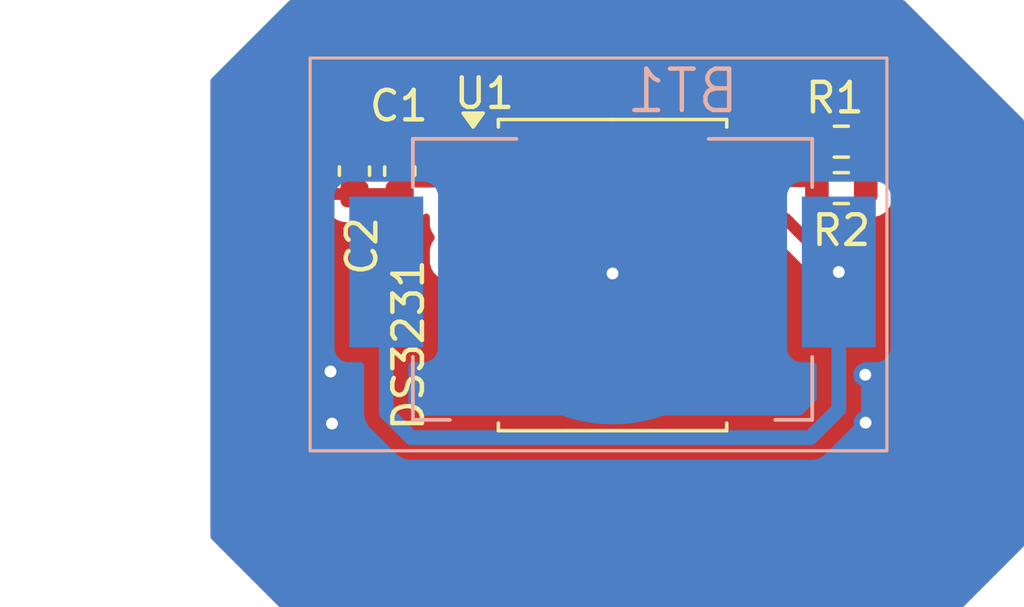
<source format=kicad_pcb>
(kicad_pcb (version 20241229) (generator "pcbnew") (generator_version "9.0")
  (layers (0 "F.Cu" signal) (4 "In1.Cu" signal) (6 "In2.Cu" signal) (2 "B.Cu" signal) (13 "F.Paste" user) (15 "B.Paste" user) (5 "F.SilkS" user "F.Silkscreen") (7 "B.SilkS" user "B.Silkscreen") (1 "F.Mask" user) (3 "B.Mask" user) (25 "Edge.Cuts" user))
  (net 0 "")
  (net 1 "Net-(U1-VBAT)")
  (net 2 "/block_ds3231_rtc/GND")
  (net 3 "/block_ds3231_rtc/VCC")
  (net 4 "Net-(U1-SCL)")
  (net 5 "Net-(U1-SDA)")
  (net 6 "/block_ds3231_rtc/NRST")
  (net 7 "/block_ds3231_rtc/32KHZ")
  (net 8 "/block_ds3231_rtc/NINT")
  (footprint "Library:C_0603_1608Metric" (layer "F.Cu") (at 126.27 67.735 90)
    (property "Reference" "C1" (at 2.205 -0.03 180) (layer "F.SilkS"))
    (property "Value" "10uF")
    (fp_line (start -0.14058 -0.51) (end 0.14058 -0.51) (stroke (width 0.12)) (layer "F.SilkS"))
    (fp_line (start -0.14058 0.51) (end 0.14058 0.51) (stroke (width 0.12)) (layer "F.SilkS"))
    (pad "1" smd roundrect (at -0.775 0 90) (size 0.9 0.95) (layers "F.Cu" "F.Mask" "F.Paste") (net 3 "/block_ds3231_rtc/VCC"))
    (pad "2" smd roundrect (at 0.775 0 90) (size 0.9 0.95) (layers "F.Cu" "F.Mask" "F.Paste") (net 2 "/block_ds3231_rtc/GND"))
  )
  (footprint "Library:R_0603_1608Metric" (layer "F.Cu") (at 141.2 68.31 180)
    (property "Reference" "R2" (at 0 -1.43 0) (layer "F.SilkS"))
    (property "Value" "10k")
    (fp_line (start -0.237258 0.5225) (end 0.237258 0.5225) (stroke (width 0.12)) (layer "F.SilkS"))
    (fp_line (start -0.237258 -0.5225) (end 0.237258 -0.5225) (stroke (width 0.12)) (layer "F.SilkS"))
    (pad "1" smd roundrect (at -0.825 0 180) (size 0.8 0.95) (layers "F.Cu" "F.Mask" "F.Paste") (net 3 "/block_ds3231_rtc/VCC"))
    (pad "2" smd roundrect (at 0.825 0 180) (size 0.8 0.95) (layers "F.Cu" "F.Mask" "F.Paste") (net 5 "Net-(U1-SDA)"))
  )
  (footprint "Library:C_0603_1608Metric" (layer "F.Cu") (at 124.74 67.735 90)
    (property "Reference" "C2" (at -2.535 0.25 90) (layer "F.SilkS"))
    (property "Value" "0.1uF")
    (fp_line (start -0.14058 -0.51) (end 0.14058 -0.51) (stroke (width 0.12)) (layer "F.SilkS"))
    (fp_line (start -0.14058 0.51) (end 0.14058 0.51) (stroke (width 0.12)) (layer "F.SilkS"))
    (pad "1" smd roundrect (at -0.775 0 90) (size 0.9 0.95) (layers "F.Cu" "F.Mask" "F.Paste") (net 3 "/block_ds3231_rtc/VCC"))
    (pad "2" smd roundrect (at 0.775 0 90) (size 0.9 0.95) (layers "F.Cu" "F.Mask" "F.Paste") (net 2 "/block_ds3231_rtc/GND"))
  )
  (footprint "Library:R_0603_1608Metric" (layer "F.Cu") (at 141.2 66.74 180)
    (property "Reference" "R1" (at 0.22 1.48 0) (layer "F.SilkS"))
    (property "Value" "10k")
    (fp_line (start -0.237258 0.5225) (end 0.237258 0.5225) (stroke (width 0.12)) (layer "F.SilkS"))
    (fp_line (start -0.237258 -0.5225) (end 0.237258 -0.5225) (stroke (width 0.12)) (layer "F.SilkS"))
    (pad "1" smd roundrect (at -0.825 0 180) (size 0.8 0.95) (layers "F.Cu" "F.Mask" "F.Paste") (net 3 "/block_ds3231_rtc/VCC"))
    (pad "2" smd roundrect (at 0.825 0 180) (size 0.8 0.95) (layers "F.Cu" "F.Mask" "F.Paste") (net 4 "Net-(U1-SCL)"))
  )
  (footprint "Library:SOIC-16W_7.5x10.3mm_P1.27mm" (layer "F.Cu") (at 133.465 71.25)
    (property "Reference" "U1" (at -4.335 -6.14 0) (layer "F.SilkS"))
    (property "Value" "DS3231M")
    (fp_line (start -3.86 -5.26) (end -3.86 -5.005) (stroke (width 0.12)) (layer "F.SilkS"))
    (fp_line (start -3.86 5.26) (end -3.86 5.005) (stroke (width 0.12)) (layer "F.SilkS"))
    (fp_line (start 0 -5.26) (end -3.86 -5.26) (stroke (width 0.12)) (layer "F.SilkS"))
    (fp_line (start 0 -5.26) (end 3.86 -5.26) (stroke (width 0.12)) (layer "F.SilkS"))
    (fp_line (start 0 5.26) (end -3.86 5.26) (stroke (width 0.12)) (layer "F.SilkS"))
    (fp_line (start 0 5.26) (end 3.86 5.26) (stroke (width 0.12)) (layer "F.SilkS"))
    (fp_line (start 3.86 -5.26) (end 3.86 -5.005) (stroke (width 0.12)) (layer "F.SilkS"))
    (fp_line (start 3.86 5.26) (end 3.86 5.005) (stroke (width 0.12)) (layer "F.SilkS"))
    (fp_poly (pts (xy -4.7125 -5.005) (xy -5.0525 -5.475) (xy -4.3725 -5.475)) (stroke (width 0.12)) (fill yes) (layer "F.SilkS"))
    (pad "1" smd roundrect (at -4.65 -4.445) (size 2.05 0.6) (layers "F.Cu" "F.Mask" "F.Paste") (net 7 "/block_ds3231_rtc/32KHZ"))
    (pad "2" smd roundrect (at -4.65 -3.175) (size 2.05 0.6) (layers "F.Cu" "F.Mask" "F.Paste") (net 3 "/block_ds3231_rtc/VCC"))
    (pad "3" smd roundrect (at -4.65 -1.905) (size 2.05 0.6) (layers "F.Cu" "F.Mask" "F.Paste") (net 8 "/block_ds3231_rtc/NINT"))
    (pad "4" smd roundrect (at -4.65 -0.635) (size 2.05 0.6) (layers "F.Cu" "F.Mask" "F.Paste") (net 6 "/block_ds3231_rtc/NRST"))
    (pad "5" smd roundrect (at -4.65 0.635) (size 2.05 0.6) (layers "F.Cu" "F.Mask" "F.Paste") (net 2 "/block_ds3231_rtc/GND"))
    (pad "6" smd roundrect (at -4.65 1.905) (size 2.05 0.6) (layers "F.Cu" "F.Mask" "F.Paste") (net 2 "/block_ds3231_rtc/GND"))
    (pad "7" smd roundrect (at -4.65 3.175) (size 2.05 0.6) (layers "F.Cu" "F.Mask" "F.Paste") (net 2 "/block_ds3231_rtc/GND"))
    (pad "8" smd roundrect (at -4.65 4.445) (size 2.05 0.6) (layers "F.Cu" "F.Mask" "F.Paste") (net 2 "/block_ds3231_rtc/GND"))
    (pad "9" smd roundrect (at 4.65 4.445) (size 2.05 0.6) (layers "F.Cu" "F.Mask" "F.Paste") (net 2 "/block_ds3231_rtc/GND"))
    (pad "10" smd roundrect (at 4.65 3.175) (size 2.05 0.6) (layers "F.Cu" "F.Mask" "F.Paste") (net 2 "/block_ds3231_rtc/GND"))
    (pad "11" smd roundrect (at 4.65 1.905) (size 2.05 0.6) (layers "F.Cu" "F.Mask" "F.Paste") (net 2 "/block_ds3231_rtc/GND"))
    (pad "12" smd roundrect (at 4.65 0.635) (size 2.05 0.6) (layers "F.Cu" "F.Mask" "F.Paste") (net 2 "/block_ds3231_rtc/GND"))
    (pad "13" smd roundrect (at 4.65 -0.635) (size 2.05 0.6) (layers "F.Cu" "F.Mask" "F.Paste") (net 2 "/block_ds3231_rtc/GND"))
    (pad "14" smd roundrect (at 4.65 -1.905) (size 2.05 0.6) (layers "F.Cu" "F.Mask" "F.Paste") (net 1 "Net-(U1-VBAT)"))
    (pad "15" smd roundrect (at 4.65 -3.175) (size 2.05 0.6) (layers "F.Cu" "F.Mask" "F.Paste") (net 5 "Net-(U1-SDA)"))
    (pad "16" smd roundrect (at 4.65 -4.445) (size 2.05 0.6) (layers "F.Cu" "F.Mask" "F.Paste") (net 4 "Net-(U1-SCL)"))
  )
  (footprint "Library:BAT_BAT-HLD-012-SMT" (layer "B.Cu") (at 133.465 71.195 180)
    (property "Reference" "BT1" (at -2.375 6.165 0) (layer "B.SilkS") (effects (font (size 1.4 1.4)) (justify mirror)))
    (property "Value" "BAT-HLD-012-SMT")
    (fp_line (start 6.75 4.55) (end 6.75 2.92) (stroke (width 0.127)) (layer "B.SilkS"))
    (fp_line (start 6.75 -4.95) (end 6.75 -2.82) (stroke (width 0.127)) (layer "B.SilkS"))
    (fp_line (start 5.5 -4.95) (end 6.75 -4.95) (stroke (width 0.127)) (layer "B.SilkS"))
    (fp_line (start 3.25 4.55) (end 6.75 4.55) (stroke (width 0.127)) (layer "B.SilkS"))
    (fp_line (start -6.75 4.55) (end -3.25 4.55) (stroke (width 0.127)) (layer "B.SilkS"))
    (fp_line (start -6.75 2.92) (end -6.75 4.55) (stroke (width 0.127)) (layer "B.SilkS"))
    (fp_line (start -6.75 -2.82) (end -6.75 -4.95) (stroke (width 0.127)) (layer "B.SilkS"))
    (fp_line (start -6.75 -4.95) (end -5.5 -4.95) (stroke (width 0.127)) (layer "B.SilkS"))
    (pad "N" smd circle (at 0 0 180) (size 10.2 10.2) (layers "B.Cu" "B.Mask") (net 2 "/block_ds3231_rtc/GND"))
    (pad "P1" smd rect (at -7.65 0.05 180) (size 2.5 5.1) (layers "B.Cu" "B.Mask" "B.Paste") (net 1 "Net-(U1-VBAT)"))
    (pad "P2" smd rect (at 7.65 0.05 180) (size 2.5 5.1) (layers "B.Cu" "B.Mask" "B.Paste") (net 1 "Net-(U1-VBAT)"))
  )
  (gr_rect (start 123.24 63.91) (end 142.74 77.19) (stroke (width 0.1)) (fill no) (layer "F.SilkS"))
  (gr_rect (start 123.24 63.91) (end 142.74 77.19) (stroke (width 0.1)) (fill no) (layer "B.SilkS"))
  (gr_text "DS3231\n" (at 127.15 76.59 90) (layer "F.SilkS") (effects (font (size 1 1)) (justify left bottom)))
  (segment (start 139.315 69.345) (end 141.115 71.145) (width 0.4) (layer "F.Cu") (net 1))
  (segment (start 138.115 69.345) (end 139.315 69.345) (width 0.4) (layer "F.Cu") (net 1))
  (via (at 141.115 71.145) (size 0.8) (drill 0.4) (layers "F.Cu" "B.Cu") (net 1))
  (segment (start 125.815 75.895) (end 126.666 76.746) (width 0.5) (layer "B.Cu") (net 1))
  (segment (start 141.115 75.785) (end 141.115 71.145) (width 0.5) (layer "B.Cu") (net 1))
  (segment (start 126.666 76.746) (end 140.154 76.746) (width 0.5) (layer "B.Cu") (net 1))
  (segment (start 125.815 71.145) (end 125.815 75.895) (width 0.5) (layer "B.Cu") (net 1))
  (segment (start 140.154 76.746) (end 141.115 75.785) (width 0.5) (layer "B.Cu") (net 1))
  (via (at 142.02 76.24) (size 0.8) (drill 0.4) (layers "F.Cu" "B.Cu") (net 2))
  (via (at 142.01 74.62) (size 0.8) (drill 0.4) (layers "F.Cu" "B.Cu") (net 2))
  (via (at 133.465 71.195) (size 0.8) (drill 0.4) (layers "F.Cu" "B.Cu") (net 2))
  (via (at 123.98 76.27) (size 0.8) (drill 0.4) (layers "F.Cu" "B.Cu") (net 2))
  (via (at 123.93 74.51) (size 0.8) (drill 0.4) (layers "F.Cu" "B.Cu") (net 2))
  (segment (start 123.95 68.51) (end 123.6 68.16) (width 0.4) (layer "F.Cu") (net 3))
  (segment (start 126.27 68.51) (end 126.69 68.09) (width 0.4) (layer "F.Cu") (net 3))
  (segment (start 123.6 65.55) (end 124.67 64.48) (width 0.4) (layer "F.Cu") (net 3))
  (segment (start 142.025 65.495) (end 142.025 66.74) (width 0.4) (layer "F.Cu") (net 3))
  (segment (start 124.74 68.51) (end 126.27 68.51) (width 0.4) (layer "F.Cu") (net 3))
  (segment (start 123.6 68.16) (end 123.6 65.55) (width 0.4) (layer "F.Cu") (net 3))
  (segment (start 128.8 68.09) (end 128.815 68.075) (width 0.4) (layer "F.Cu") (net 3))
  (segment (start 124.74 68.51) (end 123.95 68.51) (width 0.4) (layer "F.Cu") (net 3))
  (segment (start 124.67 64.48) (end 141.01 64.48) (width 0.4) (layer "F.Cu") (net 3))
  (segment (start 141.01 64.48) (end 142.025 65.495) (width 0.4) (layer "F.Cu") (net 3))
  (segment (start 142.025 66.74) (end 142.025 68.31) (width 0.4) (layer "F.Cu") (net 3))
  (segment (start 126.69 68.09) (end 128.8 68.09) (width 0.4) (layer "F.Cu") (net 3))
  (segment (start 138.115 66.805) (end 140.31 66.805) (width 0.4) (layer "F.Cu") (net 4))
  (segment (start 140.31 66.805) (end 140.375 66.74) (width 0.4) (layer "F.Cu") (net 4))
  (segment (start 138.115 68.075) (end 140.14 68.075) (width 0.4) (layer "F.Cu") (net 5))
  (segment (start 140.14 68.075) (end 140.375 68.31) (width 0.4) (layer "F.Cu") (net 5))
  (zone (net 2) (net_name "/block_ds3231_rtc/GND") (layers "F.Cu" "B.Cu" "In1.Cu" "In2.Cu") (name "TBR") (connect_pads yes (clearance 0.5)) (min_thickness 0.25) (fill yes (thermal_gap 0.5) (thermal_bridge_width 0.5))
    (polygon (pts (xy 122.56 61.95) (xy 143.31 61.95) (xy 147.38 66.02) (xy 147.38 80.41) (xy 145.3 82.49) (xy 122.22 82.49) (xy 119.87 80.14) (xy 119.87 64.64)))
  )
)
</source>
